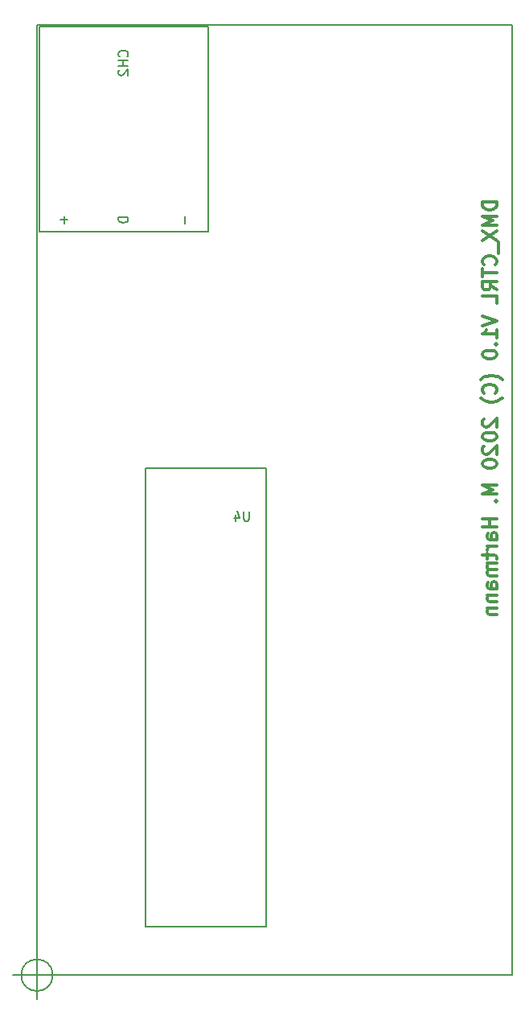
<source format=gbr>
%TF.GenerationSoftware,KiCad,Pcbnew,(5.0.2)-1*%
%TF.CreationDate,2020-01-28T14:28:05-08:00*%
%TF.ProjectId,DMX_CTRL,444d585f-4354-4524-9c2e-6b696361645f,rev?*%
%TF.SameCoordinates,PX4c4b400PY8f0d180*%
%TF.FileFunction,Legend,Bot*%
%TF.FilePolarity,Positive*%
%FSLAX46Y46*%
G04 Gerber Fmt 4.6, Leading zero omitted, Abs format (unit mm)*
G04 Created by KiCad (PCBNEW (5.0.2)-1) date 1/28/2020 2:28:05 PM*
%MOMM*%
%LPD*%
G01*
G04 APERTURE LIST*
%ADD10C,0.300000*%
%ADD11C,0.150000*%
G04 APERTURE END LIST*
D10*
X48430571Y81404286D02*
X46930571Y81404286D01*
X46930571Y81047143D01*
X47002000Y80832858D01*
X47144857Y80690000D01*
X47287714Y80618572D01*
X47573428Y80547143D01*
X47787714Y80547143D01*
X48073428Y80618572D01*
X48216285Y80690000D01*
X48359142Y80832858D01*
X48430571Y81047143D01*
X48430571Y81404286D01*
X48430571Y79904286D02*
X46930571Y79904286D01*
X48002000Y79404286D01*
X46930571Y78904286D01*
X48430571Y78904286D01*
X46930571Y78332858D02*
X48430571Y77332858D01*
X46930571Y77332858D02*
X48430571Y78332858D01*
X48573428Y77118572D02*
X48573428Y75975715D01*
X48287714Y74761429D02*
X48359142Y74832858D01*
X48430571Y75047143D01*
X48430571Y75190000D01*
X48359142Y75404286D01*
X48216285Y75547143D01*
X48073428Y75618572D01*
X47787714Y75690000D01*
X47573428Y75690000D01*
X47287714Y75618572D01*
X47144857Y75547143D01*
X47002000Y75404286D01*
X46930571Y75190000D01*
X46930571Y75047143D01*
X47002000Y74832858D01*
X47073428Y74761429D01*
X46930571Y74332858D02*
X46930571Y73475715D01*
X48430571Y73904286D02*
X46930571Y73904286D01*
X48430571Y72118572D02*
X47716285Y72618572D01*
X48430571Y72975715D02*
X46930571Y72975715D01*
X46930571Y72404286D01*
X47002000Y72261429D01*
X47073428Y72190000D01*
X47216285Y72118572D01*
X47430571Y72118572D01*
X47573428Y72190000D01*
X47644857Y72261429D01*
X47716285Y72404286D01*
X47716285Y72975715D01*
X48430571Y70761429D02*
X48430571Y71475715D01*
X46930571Y71475715D01*
X46930571Y69332858D02*
X48430571Y68832858D01*
X46930571Y68332858D01*
X48430571Y67047143D02*
X48430571Y67904286D01*
X48430571Y67475715D02*
X46930571Y67475715D01*
X47144857Y67618572D01*
X47287714Y67761429D01*
X47359142Y67904286D01*
X48287714Y66404286D02*
X48359142Y66332858D01*
X48430571Y66404286D01*
X48359142Y66475715D01*
X48287714Y66404286D01*
X48430571Y66404286D01*
X46930571Y65404286D02*
X46930571Y65261429D01*
X47002000Y65118572D01*
X47073428Y65047143D01*
X47216285Y64975715D01*
X47502000Y64904286D01*
X47859142Y64904286D01*
X48144857Y64975715D01*
X48287714Y65047143D01*
X48359142Y65118572D01*
X48430571Y65261429D01*
X48430571Y65404286D01*
X48359142Y65547143D01*
X48287714Y65618572D01*
X48144857Y65690001D01*
X47859142Y65761429D01*
X47502000Y65761429D01*
X47216285Y65690001D01*
X47073428Y65618572D01*
X47002000Y65547143D01*
X46930571Y65404286D01*
X49002000Y62690001D02*
X48930571Y62761429D01*
X48716285Y62904286D01*
X48573428Y62975715D01*
X48359142Y63047143D01*
X48002000Y63118572D01*
X47716285Y63118572D01*
X47359142Y63047143D01*
X47144857Y62975715D01*
X47002000Y62904286D01*
X46787714Y62761429D01*
X46716285Y62690001D01*
X48287714Y61261429D02*
X48359142Y61332858D01*
X48430571Y61547143D01*
X48430571Y61690001D01*
X48359142Y61904286D01*
X48216285Y62047143D01*
X48073428Y62118572D01*
X47787714Y62190001D01*
X47573428Y62190001D01*
X47287714Y62118572D01*
X47144857Y62047143D01*
X47002000Y61904286D01*
X46930571Y61690001D01*
X46930571Y61547143D01*
X47002000Y61332858D01*
X47073428Y61261429D01*
X49002000Y60761429D02*
X48930571Y60690001D01*
X48716285Y60547143D01*
X48573428Y60475715D01*
X48359142Y60404286D01*
X48002000Y60332858D01*
X47716285Y60332858D01*
X47359142Y60404286D01*
X47144857Y60475715D01*
X47002000Y60547143D01*
X46787714Y60690001D01*
X46716285Y60761429D01*
X47073428Y58547143D02*
X47002000Y58475715D01*
X46930571Y58332858D01*
X46930571Y57975715D01*
X47002000Y57832858D01*
X47073428Y57761429D01*
X47216285Y57690001D01*
X47359142Y57690001D01*
X47573428Y57761429D01*
X48430571Y58618572D01*
X48430571Y57690001D01*
X46930571Y56761429D02*
X46930571Y56618572D01*
X47002000Y56475715D01*
X47073428Y56404286D01*
X47216285Y56332858D01*
X47502000Y56261429D01*
X47859142Y56261429D01*
X48144857Y56332858D01*
X48287714Y56404286D01*
X48359142Y56475715D01*
X48430571Y56618572D01*
X48430571Y56761429D01*
X48359142Y56904286D01*
X48287714Y56975715D01*
X48144857Y57047143D01*
X47859142Y57118572D01*
X47502000Y57118572D01*
X47216285Y57047143D01*
X47073428Y56975715D01*
X47002000Y56904286D01*
X46930571Y56761429D01*
X47073428Y55690001D02*
X47002000Y55618572D01*
X46930571Y55475715D01*
X46930571Y55118572D01*
X47002000Y54975715D01*
X47073428Y54904286D01*
X47216285Y54832858D01*
X47359142Y54832858D01*
X47573428Y54904286D01*
X48430571Y55761429D01*
X48430571Y54832858D01*
X46930571Y53904286D02*
X46930571Y53761429D01*
X47002000Y53618572D01*
X47073428Y53547143D01*
X47216285Y53475715D01*
X47502000Y53404286D01*
X47859142Y53404286D01*
X48144857Y53475715D01*
X48287714Y53547143D01*
X48359142Y53618572D01*
X48430571Y53761429D01*
X48430571Y53904286D01*
X48359142Y54047143D01*
X48287714Y54118572D01*
X48144857Y54190001D01*
X47859142Y54261429D01*
X47502000Y54261429D01*
X47216285Y54190001D01*
X47073428Y54118572D01*
X47002000Y54047143D01*
X46930571Y53904286D01*
X48430571Y51618572D02*
X46930571Y51618572D01*
X48002000Y51118572D01*
X46930571Y50618572D01*
X48430571Y50618572D01*
X48287714Y49904286D02*
X48359142Y49832858D01*
X48430571Y49904286D01*
X48359142Y49975715D01*
X48287714Y49904286D01*
X48430571Y49904286D01*
X48430571Y48047143D02*
X46930571Y48047143D01*
X47644857Y48047143D02*
X47644857Y47190001D01*
X48430571Y47190001D02*
X46930571Y47190001D01*
X48430571Y45832858D02*
X47644857Y45832858D01*
X47502000Y45904286D01*
X47430571Y46047143D01*
X47430571Y46332858D01*
X47502000Y46475715D01*
X48359142Y45832858D02*
X48430571Y45975715D01*
X48430571Y46332858D01*
X48359142Y46475715D01*
X48216285Y46547143D01*
X48073428Y46547143D01*
X47930571Y46475715D01*
X47859142Y46332858D01*
X47859142Y45975715D01*
X47787714Y45832858D01*
X48430571Y45118572D02*
X47430571Y45118572D01*
X47716285Y45118572D02*
X47573428Y45047143D01*
X47502000Y44975715D01*
X47430571Y44832858D01*
X47430571Y44690001D01*
X47430571Y44404286D02*
X47430571Y43832858D01*
X46930571Y44190001D02*
X48216285Y44190001D01*
X48359142Y44118572D01*
X48430571Y43975715D01*
X48430571Y43832858D01*
X48430571Y43332858D02*
X47430571Y43332858D01*
X47573428Y43332858D02*
X47502000Y43261429D01*
X47430571Y43118572D01*
X47430571Y42904286D01*
X47502000Y42761429D01*
X47644857Y42690001D01*
X48430571Y42690001D01*
X47644857Y42690001D02*
X47502000Y42618572D01*
X47430571Y42475715D01*
X47430571Y42261429D01*
X47502000Y42118572D01*
X47644857Y42047143D01*
X48430571Y42047143D01*
X48430571Y40690001D02*
X47644857Y40690001D01*
X47502000Y40761429D01*
X47430571Y40904286D01*
X47430571Y41190001D01*
X47502000Y41332858D01*
X48359142Y40690001D02*
X48430571Y40832858D01*
X48430571Y41190001D01*
X48359142Y41332858D01*
X48216285Y41404286D01*
X48073428Y41404286D01*
X47930571Y41332858D01*
X47859142Y41190001D01*
X47859142Y40832858D01*
X47787714Y40690001D01*
X47430571Y39975715D02*
X48430571Y39975715D01*
X47573428Y39975715D02*
X47502000Y39904286D01*
X47430571Y39761429D01*
X47430571Y39547143D01*
X47502000Y39404286D01*
X47644857Y39332858D01*
X48430571Y39332858D01*
X47430571Y38618572D02*
X48430571Y38618572D01*
X47573428Y38618572D02*
X47502000Y38547143D01*
X47430571Y38404286D01*
X47430571Y38190001D01*
X47502000Y38047143D01*
X47644857Y37975715D01*
X48430571Y37975715D01*
D11*
X1666666Y0D02*
G75*
G03X1666666Y0I-1666666J0D01*
G01*
X-2500000Y0D02*
X2500000Y0D01*
X0Y2500000D02*
X0Y-2500000D01*
X0Y100000000D02*
X0Y0D01*
X50000000Y100000000D02*
X0Y100000000D01*
X50000000Y0D02*
X50000000Y100000000D01*
X0Y0D02*
X50000000Y0D01*
X18034000Y78232000D02*
X254000Y78232000D01*
X18034000Y99822000D02*
X18034000Y78232000D01*
X254000Y99822000D02*
X18034000Y99822000D01*
X254000Y78232000D02*
X254000Y99822000D01*
X24130000Y53340000D02*
X24130000Y5080000D01*
X24130000Y5080000D02*
X11430000Y5080000D01*
X11430000Y5080000D02*
X11430000Y53340000D01*
X11430000Y53340000D02*
X24130000Y53340000D01*
X9501142Y96702477D02*
X9548761Y96750096D01*
X9596380Y96892953D01*
X9596380Y96988191D01*
X9548761Y97131048D01*
X9453523Y97226286D01*
X9358285Y97273905D01*
X9167809Y97321524D01*
X9024952Y97321524D01*
X8834476Y97273905D01*
X8739238Y97226286D01*
X8644000Y97131048D01*
X8596380Y96988191D01*
X8596380Y96892953D01*
X8644000Y96750096D01*
X8691619Y96702477D01*
X9596380Y96273905D02*
X8596380Y96273905D01*
X9072571Y96273905D02*
X9072571Y95702477D01*
X9596380Y95702477D02*
X8596380Y95702477D01*
X8691619Y95273905D02*
X8644000Y95226286D01*
X8596380Y95131048D01*
X8596380Y94892953D01*
X8644000Y94797715D01*
X8691619Y94750096D01*
X8786857Y94702477D01*
X8882095Y94702477D01*
X9024952Y94750096D01*
X9596380Y95321524D01*
X9596380Y94702477D01*
X15565428Y79882953D02*
X15565428Y79121048D01*
X9596380Y79763905D02*
X8596380Y79763905D01*
X8596380Y79525810D01*
X8644000Y79382953D01*
X8739238Y79287715D01*
X8834476Y79240096D01*
X9024952Y79192477D01*
X9167809Y79192477D01*
X9358285Y79240096D01*
X9453523Y79287715D01*
X9548761Y79382953D01*
X9596380Y79525810D01*
X9596380Y79763905D01*
X2865428Y79882953D02*
X2865428Y79121048D01*
X3246380Y79502000D02*
X2484476Y79502000D01*
X22351904Y48807620D02*
X22351904Y47998096D01*
X22304285Y47902858D01*
X22256666Y47855239D01*
X22161428Y47807620D01*
X21970952Y47807620D01*
X21875714Y47855239D01*
X21828095Y47902858D01*
X21780476Y47998096D01*
X21780476Y48807620D01*
X20875714Y48474286D02*
X20875714Y47807620D01*
X21113809Y48855239D02*
X21351904Y48140953D01*
X20732857Y48140953D01*
M02*

</source>
